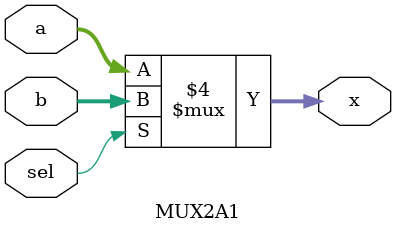
<source format=v>
module MUX2A1(a,b,sel,x);
input [3:0] a,b;
input sel;
output reg [3:0] x;

always@(*)
begin
	if(sel==0)
		x=a;
	else
		x=b;
end
endmodule

</source>
